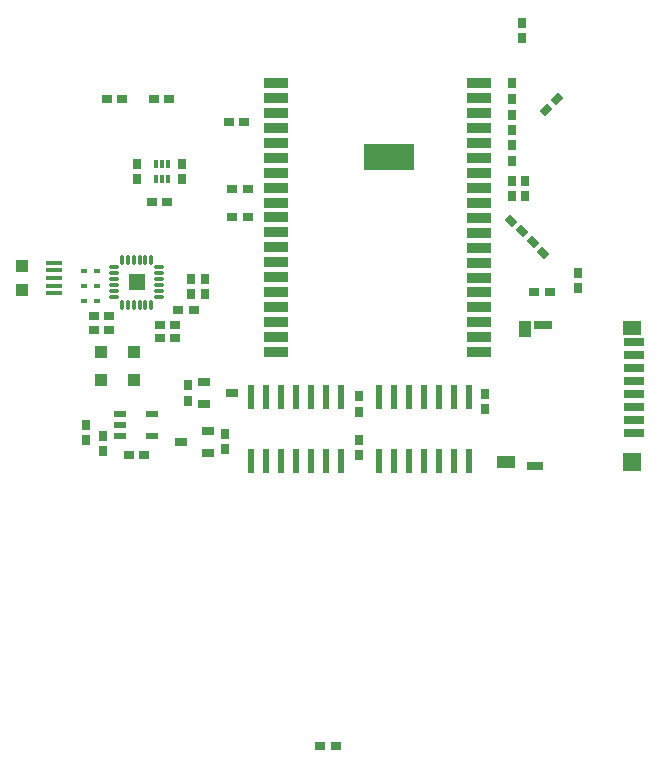
<source format=gbr>
G04 DipTrace 3.3.1.3*
G04 BottomPaste.gbr*
%MOMM*%
G04 #@! TF.FileFunction,Paste,Bot*
G04 #@! TF.Part,Single*
%AMOUTLINE0*
4,1,4,
-0.5657,0.0707,
-0.0707,0.5657,
0.5657,-0.0707,
0.0707,-0.5657,
-0.5657,0.0707,
0*%
%AMOUTLINE2*
4,1,4,
-0.45,-0.35,
-0.45,0.35,
0.45,0.35,
0.45,-0.35,
-0.45,-0.35,
0*%
%AMOUTLINE4*
4,1,4,
-0.0707,-0.5657,
-0.5657,-0.0707,
0.0707,0.5657,
0.5657,0.0707,
-0.0707,-0.5657,
0*%
%ADD21R,0.7X0.9*%
%ADD22R,0.9X0.7*%
%ADD29R,1.35X0.4*%
%ADD32R,1.5X1.5*%
%ADD33R,1.0X1.0*%
%ADD35R,1.75X0.7*%
%ADD36R,1.5X1.3*%
%ADD37R,1.55X1.0*%
%ADD38R,1.4X0.8*%
%ADD39R,1.5X0.8*%
%ADD40R,1.0X1.45*%
%ADD42R,0.3X0.67*%
%ADD44R,1.05X0.65*%
%ADD55R,2.0X0.9*%
%ADD57R,4.3X2.3*%
%ADD59O,0.85X0.3*%
%ADD60O,0.3X0.85*%
%ADD62R,1.45X1.45*%
%ADD63R,0.6X2.0*%
%ADD65R,1.1X0.6*%
%ADD135R,0.6X0.4*%
%ADD144OUTLINE0*%
%ADD146OUTLINE2*%
%ADD148OUTLINE4*%
%FSLAX35Y35*%
G04*
G71*
G90*
G75*
G01*
G04 BotPaste*
%LPD*%
D21*
X5286257Y6683257D3*
Y6813257D3*
X2111260Y6000633D3*
Y6130633D3*
D144*
X5553253Y5375383D3*
X5461327Y5467310D3*
D21*
X2683593Y5025187D3*
Y5155187D3*
X2567037Y5026780D3*
Y5156780D3*
X3994383Y4163477D3*
Y4033477D3*
D22*
X2307047Y4766387D3*
X2437047D3*
X2304893Y4659380D3*
X2434893D3*
D21*
X5057007Y4182283D3*
Y4052283D3*
X1825507Y3825757D3*
Y3695757D3*
D22*
X2174757Y3667007D3*
X2044757D3*
D135*
X1666757Y5222757D3*
X1776757D3*
X1666757Y5095757D3*
X1776757D3*
X1666757Y4968757D3*
X1776757D3*
D33*
X2083053Y4541903D3*
X1803053D3*
X2083053Y4303780D3*
X1803053D3*
D29*
X1404713Y5033883D3*
Y5098883D3*
Y5163883D3*
Y5228883D3*
Y5293883D3*
D33*
X1134713Y5063883D3*
Y5263883D3*
D35*
X6318133Y4619507D3*
Y4509407D3*
Y4399507D3*
X6318167Y4289440D3*
Y4179440D3*
Y4069473D3*
Y3959440D3*
X6318133Y3849507D3*
D36*
X6306133Y4739407D3*
D32*
Y3604407D3*
D37*
X5237667Y3610440D3*
D38*
X5480667Y3569473D3*
D39*
X5545733Y4764407D3*
D40*
X5395733Y4732507D3*
D42*
X2270006Y6127633D3*
X2320006D3*
X2370006D3*
Y6002633D3*
X2320006D3*
X2270006D3*
D44*
X2682757Y4095630D3*
Y4285630D3*
X2912757Y4190630D3*
X2714507Y3873380D3*
Y3683380D3*
X2484507Y3778380D3*
D22*
X2888703Y6485123D3*
X3018703D3*
D21*
X5287373Y6418307D3*
Y6548307D3*
X5370077Y7193910D3*
Y7323910D3*
X5286253Y5857757D3*
Y5987757D3*
D22*
X2368547Y5804617D3*
X2238547D3*
D21*
X2492257Y6000633D3*
Y6130633D3*
X5397383Y5858703D3*
Y5988703D3*
D144*
X5367277Y5559123D3*
X5275350Y5651050D3*
D22*
X1873630Y4841610D3*
X1743630D3*
D146*
X2461413Y4892027D3*
X2591413D3*
D22*
X1873630Y4721770D3*
X1743630D3*
D21*
X5286253Y6157880D3*
Y6287880D3*
D22*
X1857257Y6683257D3*
X1987257D3*
X2254133D3*
X2384133D3*
D148*
X5665487Y6680743D3*
X5573560Y6588817D3*
D21*
X3994260Y3664937D3*
Y3794937D3*
D22*
X3047880Y5921257D3*
X2917880D3*
D21*
X5841883Y5079880D3*
Y5209880D3*
D22*
X3047880Y5683133D3*
X2917880D3*
D21*
X2539880Y4127380D3*
Y4257380D3*
X2857380Y3714633D3*
Y3844633D3*
X1682630Y3921007D3*
Y3791007D3*
D22*
X5476757Y5048130D3*
X5606757D3*
X3662613Y1205997D3*
X3792613D3*
D55*
X5008923Y6819107D3*
X5009923Y6692107D3*
Y6565107D3*
Y6438107D3*
Y6311107D3*
Y6184107D3*
Y6057107D3*
Y5930107D3*
Y5803107D3*
Y5676107D3*
Y5549107D3*
Y5422107D3*
Y5295107D3*
Y5168107D3*
X3287717Y5169073D3*
Y5296073D3*
Y5423073D3*
Y5550070D3*
Y5677073D3*
Y4534073D3*
Y4661073D3*
Y4788073D3*
Y4915073D3*
Y5042073D3*
X3287723Y5803207D3*
Y5930207D3*
Y6057207D3*
Y6184207D3*
Y6311207D3*
Y6438207D3*
Y6565207D3*
Y6692207D3*
Y6819207D3*
D57*
X4246923Y6188907D3*
D55*
X5009913Y5041970D3*
Y4914970D3*
Y4787970D3*
Y4660970D3*
Y4533970D3*
D59*
X2298209Y5254507D3*
Y5204507D3*
Y5154507D3*
Y5104507D3*
Y5054507D3*
Y5004507D3*
D60*
X2233209Y4939507D3*
X2183209D3*
X2133209D3*
X2083209D3*
X2033209D3*
X1983209D3*
D59*
X1918209Y5004507D3*
Y5054507D3*
Y5104507D3*
Y5154507D3*
Y5204507D3*
Y5254507D3*
D60*
X1983209Y5319507D3*
X2033209D3*
X2083209D3*
X2133209D3*
X2183209D3*
X2233209D3*
D62*
X2108209Y5129507D3*
D63*
X3841630Y3619380D3*
X3714630D3*
X3587630D3*
X3460630D3*
X3333630D3*
X3206630D3*
X3079630D3*
Y4159380D3*
X3206630D3*
X3333630D3*
X3460630D3*
X3587630D3*
X3714630D3*
X3841630D3*
X4921130Y3619380D3*
X4794130D3*
X4667130D3*
X4540130D3*
X4413130D3*
X4286130D3*
X4159130D3*
Y4159380D3*
X4286130D3*
X4413130D3*
X4540130D3*
X4667130D3*
X4794130D3*
X4921130D3*
D65*
X1968380Y3825757D3*
Y3920757D3*
Y4015757D3*
X2238380D3*
Y3825757D3*
M02*

</source>
